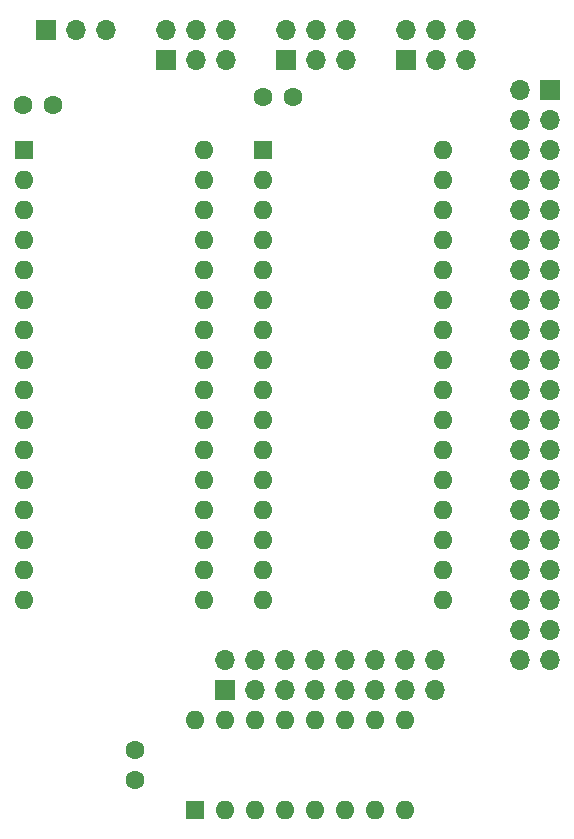
<source format=gts>
G04 #@! TF.GenerationSoftware,KiCad,Pcbnew,(6.0.1)*
G04 #@! TF.CreationDate,2022-09-09T10:36:18-04:00*
G04 #@! TF.ProjectId,LB-MEM-01,4c422d4d-454d-42d3-9031-2e6b69636164,1*
G04 #@! TF.SameCoordinates,Original*
G04 #@! TF.FileFunction,Soldermask,Top*
G04 #@! TF.FilePolarity,Negative*
%FSLAX46Y46*%
G04 Gerber Fmt 4.6, Leading zero omitted, Abs format (unit mm)*
G04 Created by KiCad (PCBNEW (6.0.1)) date 2022-09-09 10:36:18*
%MOMM*%
%LPD*%
G01*
G04 APERTURE LIST*
%ADD10R,1.600000X1.600000*%
%ADD11O,1.600000X1.600000*%
%ADD12R,1.700000X1.700000*%
%ADD13O,1.700000X1.700000*%
%ADD14C,1.600000*%
G04 APERTURE END LIST*
D10*
X155570000Y-59690000D03*
D11*
X155570000Y-62230000D03*
X155570000Y-64770000D03*
X155570000Y-67310000D03*
X155570000Y-69850000D03*
X155570000Y-72390000D03*
X155570000Y-74930000D03*
X155570000Y-77470000D03*
X155570000Y-80010000D03*
X155570000Y-82550000D03*
X155570000Y-85090000D03*
X155570000Y-87630000D03*
X155570000Y-90170000D03*
X155570000Y-92710000D03*
X155570000Y-95250000D03*
X155570000Y-97790000D03*
X170810000Y-97790000D03*
X170810000Y-95250000D03*
X170810000Y-92710000D03*
X170810000Y-90170000D03*
X170810000Y-87630000D03*
X170810000Y-85090000D03*
X170810000Y-82550000D03*
X170810000Y-80010000D03*
X170810000Y-77470000D03*
X170810000Y-74930000D03*
X170810000Y-72390000D03*
X170810000Y-69850000D03*
X170810000Y-67310000D03*
X170810000Y-64770000D03*
X170810000Y-62230000D03*
X170810000Y-59690000D03*
D12*
X179890000Y-54615000D03*
D13*
X177350000Y-54615000D03*
X179890000Y-57155000D03*
X177350000Y-57155000D03*
X179890000Y-59695000D03*
X177350000Y-59695000D03*
X179890000Y-62235000D03*
X177350000Y-62235000D03*
X179890000Y-64775000D03*
X177350000Y-64775000D03*
X179890000Y-67315000D03*
X177350000Y-67315000D03*
X179890000Y-69855000D03*
X177350000Y-69855000D03*
X179890000Y-72395000D03*
X177350000Y-72395000D03*
X179890000Y-74935000D03*
X177350000Y-74935000D03*
X179890000Y-77475000D03*
X177350000Y-77475000D03*
X179890000Y-80015000D03*
X177350000Y-80015000D03*
X179890000Y-82555000D03*
X177350000Y-82555000D03*
X179890000Y-85095000D03*
X177350000Y-85095000D03*
X179890000Y-87635000D03*
X177350000Y-87635000D03*
X179890000Y-90175000D03*
X177350000Y-90175000D03*
X179890000Y-92715000D03*
X177350000Y-92715000D03*
X179890000Y-95255000D03*
X177350000Y-95255000D03*
X179890000Y-97795000D03*
X177350000Y-97795000D03*
X179890000Y-100335000D03*
X177350000Y-100335000D03*
X179890000Y-102875000D03*
X177350000Y-102875000D03*
D10*
X149860000Y-115570000D03*
D11*
X152400000Y-115570000D03*
X154940000Y-115570000D03*
X157480000Y-115570000D03*
X160020000Y-115570000D03*
X162560000Y-115570000D03*
X165100000Y-115570000D03*
X167640000Y-115570000D03*
X167640000Y-107950000D03*
X165100000Y-107950000D03*
X162560000Y-107950000D03*
X160020000Y-107950000D03*
X157480000Y-107950000D03*
X154940000Y-107950000D03*
X152400000Y-107950000D03*
X149860000Y-107950000D03*
D10*
X135375000Y-59690000D03*
D11*
X135375000Y-62230000D03*
X135375000Y-64770000D03*
X135375000Y-67310000D03*
X135375000Y-69850000D03*
X135375000Y-72390000D03*
X135375000Y-74930000D03*
X135375000Y-77470000D03*
X135375000Y-80010000D03*
X135375000Y-82550000D03*
X135375000Y-85090000D03*
X135375000Y-87630000D03*
X135375000Y-90170000D03*
X135375000Y-92710000D03*
X135375000Y-95250000D03*
X135375000Y-97790000D03*
X150615000Y-97790000D03*
X150615000Y-95250000D03*
X150615000Y-92710000D03*
X150615000Y-90170000D03*
X150615000Y-87630000D03*
X150615000Y-85090000D03*
X150615000Y-82550000D03*
X150615000Y-80010000D03*
X150615000Y-77470000D03*
X150615000Y-74930000D03*
X150615000Y-72390000D03*
X150615000Y-69850000D03*
X150615000Y-67310000D03*
X150615000Y-64770000D03*
X150615000Y-62230000D03*
X150615000Y-59690000D03*
D14*
X144780000Y-113030000D03*
X144780000Y-110530000D03*
X137775000Y-55880000D03*
X135275000Y-55880000D03*
D12*
X137175000Y-49530000D03*
D13*
X139715000Y-49530000D03*
X142255000Y-49530000D03*
D12*
X157495000Y-52075000D03*
D13*
X157495000Y-49535000D03*
X160035000Y-52075000D03*
X160035000Y-49535000D03*
X162575000Y-52075000D03*
X162575000Y-49535000D03*
D12*
X147335000Y-52075000D03*
D13*
X147335000Y-49535000D03*
X149875000Y-52075000D03*
X149875000Y-49535000D03*
X152415000Y-52075000D03*
X152415000Y-49535000D03*
D12*
X152400000Y-105410000D03*
D13*
X152400000Y-102870000D03*
X154940000Y-105410000D03*
X154940000Y-102870000D03*
X157480000Y-105410000D03*
X157480000Y-102870000D03*
X160020000Y-105410000D03*
X160020000Y-102870000D03*
X162560000Y-105410000D03*
X162560000Y-102870000D03*
X165100000Y-105410000D03*
X165100000Y-102870000D03*
X167640000Y-105410000D03*
X167640000Y-102870000D03*
X170180000Y-105410000D03*
X170180000Y-102870000D03*
D12*
X167655000Y-52075000D03*
D13*
X167655000Y-49535000D03*
X170195000Y-52075000D03*
X170195000Y-49535000D03*
X172735000Y-52075000D03*
X172735000Y-49535000D03*
D14*
X158095000Y-55245000D03*
X155595000Y-55245000D03*
M02*

</source>
